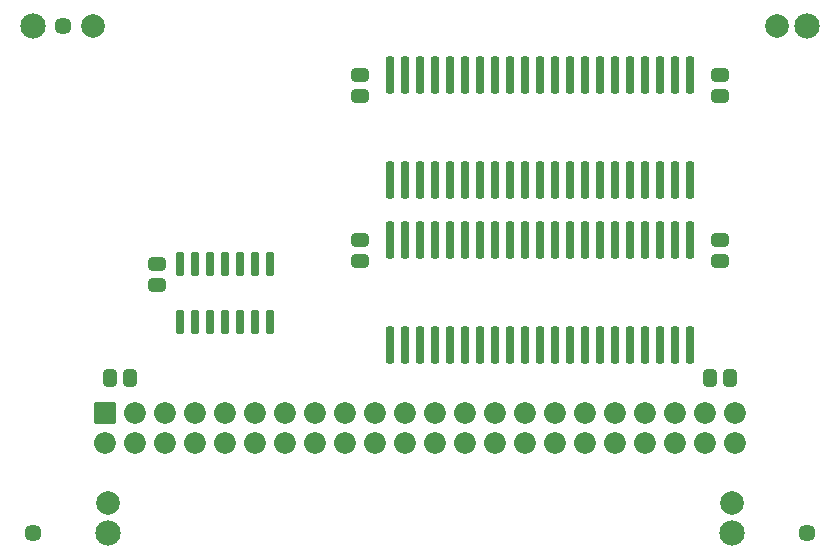
<source format=gts>
G04 #@! TF.GenerationSoftware,KiCad,Pcbnew,(6.0.1-0)*
G04 #@! TF.CreationDate,2022-02-10T22:24:19-05:00*
G04 #@! TF.ProjectId,MacClassicRAMCard,4d616343-6c61-4737-9369-6352414d4361,rev?*
G04 #@! TF.SameCoordinates,Original*
G04 #@! TF.FileFunction,Soldermask,Top*
G04 #@! TF.FilePolarity,Negative*
%FSLAX46Y46*%
G04 Gerber Fmt 4.6, Leading zero omitted, Abs format (unit mm)*
G04 Created by KiCad (PCBNEW (6.0.1-0)) date 2022-02-10 22:24:19*
%MOMM*%
%LPD*%
G01*
G04 APERTURE LIST*
G04 Aperture macros list*
%AMRoundRect*
0 Rectangle with rounded corners*
0 $1 Rounding radius*
0 $2 $3 $4 $5 $6 $7 $8 $9 X,Y pos of 4 corners*
0 Add a 4 corners polygon primitive as box body*
4,1,4,$2,$3,$4,$5,$6,$7,$8,$9,$2,$3,0*
0 Add four circle primitives for the rounded corners*
1,1,$1+$1,$2,$3*
1,1,$1+$1,$4,$5*
1,1,$1+$1,$6,$7*
1,1,$1+$1,$8,$9*
0 Add four rect primitives between the rounded corners*
20,1,$1+$1,$2,$3,$4,$5,0*
20,1,$1+$1,$4,$5,$6,$7,0*
20,1,$1+$1,$6,$7,$8,$9,0*
20,1,$1+$1,$8,$9,$2,$3,0*%
G04 Aperture macros list end*
%ADD10C,2.000000*%
%ADD11RoundRect,0.312500X-0.437500X0.262500X-0.437500X-0.262500X0.437500X-0.262500X0.437500X0.262500X0*%
%ADD12RoundRect,0.312500X0.262500X0.437500X-0.262500X0.437500X-0.262500X-0.437500X0.262500X-0.437500X0*%
%ADD13C,2.150000*%
%ADD14RoundRect,0.075000X0.850000X-0.850000X0.850000X0.850000X-0.850000X0.850000X-0.850000X-0.850000X0*%
%ADD15O,1.850000X1.850000*%
%ADD16RoundRect,0.200000X-0.150000X1.374000X-0.150000X-1.374000X0.150000X-1.374000X0.150000X1.374000X0*%
%ADD17RoundRect,0.200000X0.150000X-0.825000X0.150000X0.825000X-0.150000X0.825000X-0.150000X-0.825000X0*%
%ADD18RoundRect,0.312500X-0.262500X-0.437500X0.262500X-0.437500X0.262500X0.437500X-0.262500X0.437500X0*%
%ADD19C,1.448000*%
G04 APERTURE END LIST*
D10*
X92964000Y-90424000D03*
D11*
X115570000Y-108585000D03*
X115570000Y-110285000D03*
D12*
X96100000Y-120269000D03*
X94400000Y-120269000D03*
D11*
X146050000Y-108585000D03*
X146050000Y-110285000D03*
D10*
X150876000Y-90424000D03*
D13*
X87884000Y-90424000D03*
X153416000Y-90424000D03*
D14*
X93980000Y-123190000D03*
D15*
X93980000Y-125730000D03*
X96520000Y-123190000D03*
X96520000Y-125730000D03*
X99060000Y-123190000D03*
X99060000Y-125730000D03*
X101600000Y-123190000D03*
X101600000Y-125730000D03*
X104140000Y-123190000D03*
X104140000Y-125730000D03*
X106680000Y-123190000D03*
X106680000Y-125730000D03*
X109220000Y-123190000D03*
X109220000Y-125730000D03*
X111760000Y-123190000D03*
X111760000Y-125730000D03*
X114300000Y-123190000D03*
X114300000Y-125730000D03*
X116840000Y-123190000D03*
X116840000Y-125730000D03*
X119380000Y-123190000D03*
X119380000Y-125730000D03*
X121920000Y-123190000D03*
X121920000Y-125730000D03*
X124460000Y-123190000D03*
X124460000Y-125730000D03*
X127000000Y-123190000D03*
X127000000Y-125730000D03*
X129540000Y-123190000D03*
X129540000Y-125730000D03*
X132080000Y-123190000D03*
X132080000Y-125730000D03*
X134620000Y-123190000D03*
X134620000Y-125730000D03*
X137160000Y-123190000D03*
X137160000Y-125730000D03*
X139700000Y-123190000D03*
X139700000Y-125730000D03*
X142240000Y-123190000D03*
X142240000Y-125730000D03*
X144780000Y-123190000D03*
X144780000Y-125730000D03*
X147320000Y-123190000D03*
X147320000Y-125730000D03*
D13*
X147066000Y-133350000D03*
D10*
X94234000Y-130810000D03*
X147066000Y-130810000D03*
D16*
X143510000Y-94615000D03*
X142240000Y-94615000D03*
X140970000Y-94615000D03*
X139700000Y-94615000D03*
X138430000Y-94615000D03*
X137160000Y-94615000D03*
X135890000Y-94615000D03*
X134620000Y-94615000D03*
X133350000Y-94615000D03*
X132080000Y-94615000D03*
X130810000Y-94615000D03*
X129540000Y-94615000D03*
X128270000Y-94615000D03*
X127000000Y-94615000D03*
X125730000Y-94615000D03*
X124460000Y-94615000D03*
X123190000Y-94615000D03*
X121920000Y-94615000D03*
X120650000Y-94615000D03*
X119380000Y-94615000D03*
X118110000Y-94615000D03*
X118110000Y-103505000D03*
X119380000Y-103505000D03*
X120650000Y-103505000D03*
X121920000Y-103505000D03*
X123190000Y-103505000D03*
X124460000Y-103505000D03*
X125730000Y-103505000D03*
X127000000Y-103505000D03*
X128270000Y-103505000D03*
X129540000Y-103505000D03*
X130810000Y-103505000D03*
X132080000Y-103505000D03*
X133350000Y-103505000D03*
X134620000Y-103505000D03*
X135890000Y-103505000D03*
X137160000Y-103505000D03*
X138430000Y-103505000D03*
X139700000Y-103505000D03*
X140970000Y-103505000D03*
X142240000Y-103505000D03*
X143510000Y-103505000D03*
D17*
X100330000Y-115505000D03*
X101600000Y-115505000D03*
X102870000Y-115505000D03*
X104140000Y-115505000D03*
X105410000Y-115505000D03*
X106680000Y-115505000D03*
X107950000Y-115505000D03*
X107950000Y-110555000D03*
X106680000Y-110555000D03*
X105410000Y-110555000D03*
X104140000Y-110555000D03*
X102870000Y-110555000D03*
X101600000Y-110555000D03*
X100330000Y-110555000D03*
D16*
X143510000Y-108585000D03*
X142240000Y-108585000D03*
X140970000Y-108585000D03*
X139700000Y-108585000D03*
X138430000Y-108585000D03*
X137160000Y-108585000D03*
X135890000Y-108585000D03*
X134620000Y-108585000D03*
X133350000Y-108585000D03*
X132080000Y-108585000D03*
X130810000Y-108585000D03*
X129540000Y-108585000D03*
X128270000Y-108585000D03*
X127000000Y-108585000D03*
X125730000Y-108585000D03*
X124460000Y-108585000D03*
X123190000Y-108585000D03*
X121920000Y-108585000D03*
X120650000Y-108585000D03*
X119380000Y-108585000D03*
X118110000Y-108585000D03*
X118110000Y-117475000D03*
X119380000Y-117475000D03*
X120650000Y-117475000D03*
X121920000Y-117475000D03*
X123190000Y-117475000D03*
X124460000Y-117475000D03*
X125730000Y-117475000D03*
X127000000Y-117475000D03*
X128270000Y-117475000D03*
X129540000Y-117475000D03*
X130810000Y-117475000D03*
X132080000Y-117475000D03*
X133350000Y-117475000D03*
X134620000Y-117475000D03*
X135890000Y-117475000D03*
X137160000Y-117475000D03*
X138430000Y-117475000D03*
X139700000Y-117475000D03*
X140970000Y-117475000D03*
X142240000Y-117475000D03*
X143510000Y-117475000D03*
D18*
X145200000Y-120269000D03*
X146900000Y-120269000D03*
D11*
X98425000Y-110617000D03*
X98425000Y-112317000D03*
X146050000Y-94615000D03*
X146050000Y-96315000D03*
X115570000Y-94615000D03*
X115570000Y-96315000D03*
D13*
X94234000Y-133350000D03*
D19*
X87884000Y-133350000D03*
X90424000Y-90424000D03*
X153416000Y-133350000D03*
M02*

</source>
